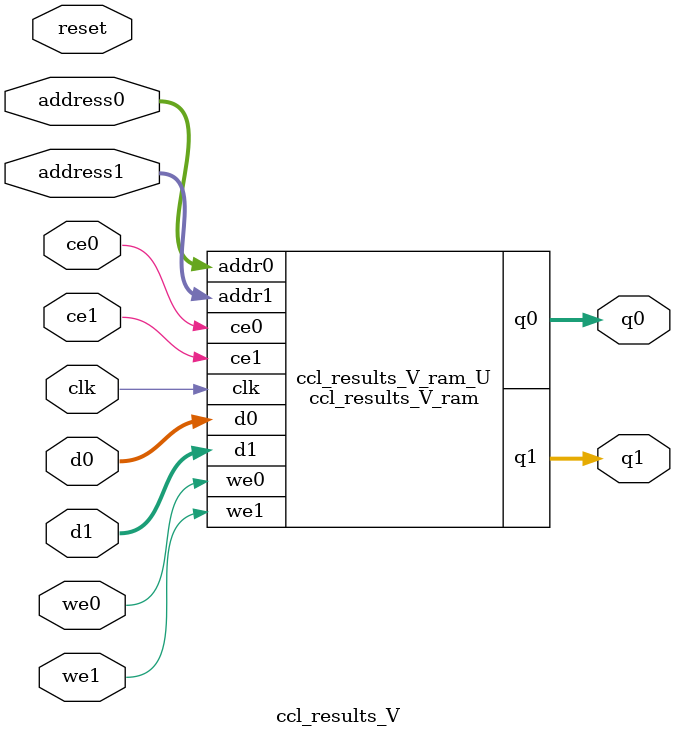
<source format=v>
`timescale 1 ns / 1 ps
module ccl_results_V_ram (addr0, ce0, d0, we0, q0, addr1, ce1, d1, we1, q1,  clk);

parameter DWIDTH = 32;
parameter AWIDTH = 17;
parameter MEM_SIZE = 129600;

input[AWIDTH-1:0] addr0;
input ce0;
input[DWIDTH-1:0] d0;
input we0;
output reg[DWIDTH-1:0] q0;
input[AWIDTH-1:0] addr1;
input ce1;
input[DWIDTH-1:0] d1;
input we1;
output reg[DWIDTH-1:0] q1;
input clk;

(* ram_style = "block" *)reg [DWIDTH-1:0] ram[0:MEM_SIZE-1];




always @(posedge clk)  
begin 
    if (ce0) 
    begin
        if (we0) 
        begin 
            ram[addr0] <= d0; 
        end 
        q0 <= ram[addr0];
    end
end


always @(posedge clk)  
begin 
    if (ce1) 
    begin
        if (we1) 
        begin 
            ram[addr1] <= d1; 
        end 
        q1 <= ram[addr1];
    end
end


endmodule

`timescale 1 ns / 1 ps
module ccl_results_V(
    reset,
    clk,
    address0,
    ce0,
    we0,
    d0,
    q0,
    address1,
    ce1,
    we1,
    d1,
    q1);

parameter DataWidth = 32'd32;
parameter AddressRange = 32'd129600;
parameter AddressWidth = 32'd17;
input reset;
input clk;
input[AddressWidth - 1:0] address0;
input ce0;
input we0;
input[DataWidth - 1:0] d0;
output[DataWidth - 1:0] q0;
input[AddressWidth - 1:0] address1;
input ce1;
input we1;
input[DataWidth - 1:0] d1;
output[DataWidth - 1:0] q1;



ccl_results_V_ram ccl_results_V_ram_U(
    .clk( clk ),
    .addr0( address0 ),
    .ce0( ce0 ),
    .we0( we0 ),
    .d0( d0 ),
    .q0( q0 ),
    .addr1( address1 ),
    .ce1( ce1 ),
    .we1( we1 ),
    .d1( d1 ),
    .q1( q1 ));

endmodule


</source>
